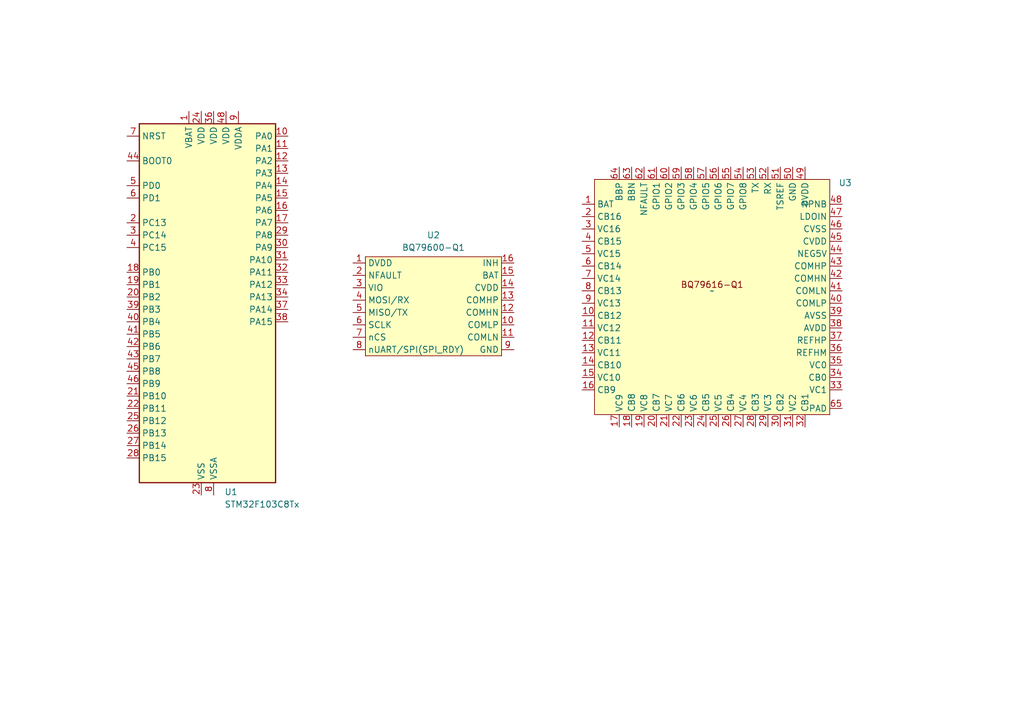
<source format=kicad_sch>
(kicad_sch (version 20230121) (generator eeschema)
  (paper "A5")
  (lib_symbols
    (symbol "MCU_ST_STM32F1:STM32F103C8Tx"
      (property "Reference" "U" (at -12.7 39.37 0))
      (property "Value" "STM32F103C8Tx" (at 10.16 39.37 0))
      (symbol "STM32F103C8Tx_0_1"
        (rectangle (start -12.7 -35.56) (end 15.24 38.1) (stroke (width 0.254)) (fill (type background)))
      )
      (symbol "STM32F103C8Tx_1_1"
        (pin power_in line (at -2.54 40.64 270) (length 2.54) (name "VBAT") (number "1"))
        (pin bidirectional line (at 17.78 35.56 180) (length 2.54) (name "PA0") (number "10"))
        (pin bidirectional line (at 17.78 33.02 180) (length 2.54) (name "PA1") (number "11"))
        (pin bidirectional line (at 17.78 30.48 180) (length 2.54) (name "PA2") (number "12"))
        (pin bidirectional line (at 17.78 27.94 180) (length 2.54) (name "PA3") (number "13"))
        (pin bidirectional line (at 17.78 25.4 180) (length 2.54) (name "PA4") (number "14"))
        (pin bidirectional line (at 17.78 22.86 180) (length 2.54) (name "PA5") (number "15"))
        (pin bidirectional line (at 17.78 20.32 180) (length 2.54) (name "PA6") (number "16"))
        (pin bidirectional line (at 17.78 17.78 180) (length 2.54) (name "PA7") (number "17"))
        (pin bidirectional line (at -15.24 7.62 0) (length 2.54) (name "PB0") (number "18"))
        (pin bidirectional line (at -15.24 5.08 0) (length 2.54) (name "PB1") (number "19"))
        (pin bidirectional line (at -15.24 17.78 0) (length 2.54) (name "PC13") (number "2"))
        (pin bidirectional line (at -15.24 2.54 0) (length 2.54) (name "PB2") (number "20"))
        (pin bidirectional line (at -15.24 -17.78 0) (length 2.54) (name "PB10") (number "21"))
        (pin bidirectional line (at -15.24 -20.32 0) (length 2.54) (name "PB11") (number "22"))
        (pin power_in line (at 0 -38.1 90) (length 2.54) (name "VSS") (number "23"))
        (pin power_in line (at 0 40.64 270) (length 2.54) (name "VDD") (number "24"))
        (pin bidirectional line (at -15.24 -22.86 0) (length 2.54) (name "PB12") (number "25"))
        (pin bidirectional line (at -15.24 -25.4 0) (length 2.54) (name "PB13") (number "26"))
        (pin bidirectional line (at -15.24 -27.94 0) (length 2.54) (name "PB14") (number "27"))
        (pin bidirectional line (at -15.24 -30.48 0) (length 2.54) (name "PB15") (number "28"))
        (pin bidirectional line (at 17.78 15.24 180) (length 2.54) (name "PA8") (number "29"))
        (pin bidirectional line (at -15.24 15.24 0) (length 2.54) (name "PC14") (number "3"))
        (pin bidirectional line (at 17.78 12.7 180) (length 2.54) (name "PA9") (number "30"))
        (pin bidirectional line (at 17.78 10.16 180) (length 2.54) (name "PA10") (number "31"))
        (pin bidirectional line (at 17.78 7.62 180) (length 2.54) (name "PA11") (number "32"))
        (pin bidirectional line (at 17.78 5.08 180) (length 2.54) (name "PA12") (number "33"))
        (pin bidirectional line (at 17.78 2.54 180) (length 2.54) (name "PA13") (number "34"))
        (pin passive line (at 0 -38.1 90) (length 2.54) hide (name "VSS") (number "35"))
        (pin power_in line (at 2.54 40.64 270) (length 2.54) (name "VDD") (number "36"))
        (pin bidirectional line (at 17.78 0 180) (length 2.54) (name "PA14") (number "37"))
        (pin bidirectional line (at 17.78 -2.54 180) (length 2.54) (name "PA15") (number "38"))
        (pin bidirectional line (at -15.24 0 0) (length 2.54) (name "PB3") (number "39"))
        (pin bidirectional line (at -15.24 12.7 0) (length 2.54) (name "PC15") (number "4"))
        (pin bidirectional line (at -15.24 -2.54 0) (length 2.54) (name "PB4") (number "40"))
        (pin bidirectional line (at -15.24 -5.08 0) (length 2.54) (name "PB5") (number "41"))
        (pin bidirectional line (at -15.24 -7.62 0) (length 2.54) (name "PB6") (number "42"))
        (pin bidirectional line (at -15.24 -10.16 0) (length 2.54) (name "PB7") (number "43"))
        (pin input line (at -15.24 30.48 0) (length 2.54) (name "BOOT0") (number "44"))
        (pin bidirectional line (at -15.24 -12.7 0) (length 2.54) (name "PB8") (number "45"))
        (pin bidirectional line (at -15.24 -15.24 0) (length 2.54) (name "PB9") (number "46"))
        (pin passive line (at 0 -38.1 90) (length 2.54) hide (name "VSS") (number "47"))
        (pin power_in line (at 5.08 40.64 270) (length 2.54) (name "VDD") (number "48"))
        (pin bidirectional line (at -15.24 25.4 0) (length 2.54) (name "PD0") (number "5"))
        (pin bidirectional line (at -15.24 22.86 0) (length 2.54) (name "PD1") (number "6"))
        (pin input line (at -15.24 35.56 0) (length 2.54) (name "NRST") (number "7"))
        (pin power_in line (at 2.54 -38.1 90) (length 2.54) (name "VSSA") (number "8"))
        (pin power_in line (at 7.62 40.64 270) (length 2.54) (name "VDDA") (number "9"))
      )
    )
    (symbol "Project_Lib:BQ79600-Q1"
      (property "Reference" "U" (at 0 0 0))
      (property "Value" "BQ79600-Q1" (at 0 11.43 0))
      (symbol "BQ79600-Q1_1_1"
        (rectangle (start -13.97 10.16) (end 13.97 -10.16) (fill (type background)))
        (pin bidirectional line (at -16.51 8.89 0) (length 2.54) (name "DVDD") (number "1"))
        (pin bidirectional line (at 16.51 -3.81 180) (length 2.54) (name "COMLP") (number "10"))
        (pin bidirectional line (at 16.51 -6.35 180) (length 2.54) (name "COMLN") (number "11"))
        (pin bidirectional line (at 16.51 -1.27 180) (length 2.54) (name "COMHN") (number "12"))
        (pin bidirectional line (at 16.51 1.27 180) (length 2.54) (name "COMHP") (number "13"))
        (pin bidirectional line (at 16.51 3.81 180) (length 2.54) (name "CVDD") (number "14"))
        (pin bidirectional line (at 16.51 6.35 180) (length 2.54) (name "BAT") (number "15"))
        (pin bidirectional line (at 16.51 8.89 180) (length 2.54) (name "INH") (number "16"))
        (pin bidirectional line (at -16.51 6.35 0) (length 2.54) (name "NFAULT") (number "2"))
        (pin power_in line (at -16.51 3.81 0) (length 2.54) (name "VIO") (number "3"))
        (pin bidirectional line (at -16.51 1.27 0) (length 2.54) (name "MOSI/RX") (number "4"))
        (pin bidirectional line (at -16.51 -1.27 0) (length 2.54) (name "MISO/TX") (number "5"))
        (pin bidirectional line (at -16.51 -3.81 0) (length 2.54) (name "SCLK") (number "6"))
        (pin bidirectional line (at -16.51 -6.35 0) (length 2.54) (name "nCS") (number "7"))
        (pin bidirectional line (at -16.51 -8.89 0) (length 2.54) (name "nUART/SPI(SPI_RDY)") (number "8"))
        (pin power_in line (at 16.51 -8.89 180) (length 2.54) (name "GND") (number "9"))
      )
    )
    (symbol "Project_Lib:BQ79616-Q1"
      (property "Reference" "U" (at 0 0 0))
      (symbol "BQ79616-Q1_1_1"
        (rectangle (start -24.13 22.86) (end 24.13 -25.4) (fill (type background)))
        (text "BQ79616-Q1" (at 0 1.27 0) (effects (font (size 1.27 1.27))))
        (pin power_in line (at -26.67 17.78 0) (length 2.54) (name "BAT") (number "1"))
        (pin bidirectional line (at -26.67 -5.08 0) (length 2.54) (name "CB12") (number "10"))
        (pin input line (at -26.67 -7.62 0) (length 2.54) (name "VC12") (number "11"))
        (pin bidirectional line (at -26.67 -10.16 0) (length 2.54) (name "CB11") (number "12"))
        (pin input line (at -26.67 -12.7 0) (length 2.54) (name "VC11") (number "13"))
        (pin bidirectional line (at -26.67 -15.24 0) (length 2.54) (name "CB10") (number "14"))
        (pin input line (at -26.67 -17.78 0) (length 2.54) (name "VC10") (number "15"))
        (pin bidirectional line (at -26.67 -20.32 0) (length 2.54) (name "CB9") (number "16"))
        (pin input line (at -19.05 -27.94 90) (length 2.54) (name "VC9") (number "17"))
        (pin bidirectional line (at -16.51 -27.94 90) (length 2.54) (name "CB8") (number "18"))
        (pin input line (at -13.97 -27.94 90) (length 2.54) (name "VC8") (number "19"))
        (pin bidirectional line (at -26.67 15.24 0) (length 2.54) (name "CB16") (number "2"))
        (pin bidirectional line (at -11.43 -27.94 90) (length 2.54) (name "CB7") (number "20"))
        (pin input line (at -8.89 -27.94 90) (length 2.54) (name "VC7") (number "21"))
        (pin bidirectional line (at -6.35 -27.94 90) (length 2.54) (name "CB6") (number "22"))
        (pin input line (at -3.81 -27.94 90) (length 2.54) (name "VC6") (number "23"))
        (pin bidirectional line (at -1.27 -27.94 90) (length 2.54) (name "CB5") (number "24"))
        (pin input line (at 1.27 -27.94 90) (length 2.54) (name "VC5") (number "25"))
        (pin bidirectional line (at 3.81 -27.94 90) (length 2.54) (name "CB4") (number "26"))
        (pin input line (at 6.35 -27.94 90) (length 2.54) (name "VC4") (number "27"))
        (pin bidirectional line (at 8.89 -27.94 90) (length 2.54) (name "CB3") (number "28"))
        (pin input line (at 11.43 -27.94 90) (length 2.54) (name "VC3") (number "29"))
        (pin input line (at -26.67 12.7 0) (length 2.54) (name "VC16") (number "3"))
        (pin bidirectional line (at 13.97 -27.94 90) (length 2.54) (name "CB2") (number "30"))
        (pin input line (at 16.51 -27.94 90) (length 2.54) (name "VC2") (number "31"))
        (pin bidirectional line (at 19.05 -27.94 90) (length 2.54) (name "CB1") (number "32"))
        (pin input line (at 26.67 -20.32 180) (length 2.54) (name "VC1") (number "33"))
        (pin bidirectional line (at 26.67 -17.78 180) (length 2.54) (name "CB0") (number "34"))
        (pin input line (at 26.67 -15.24 180) (length 2.54) (name "VC0") (number "35"))
        (pin power_out line (at 26.67 -12.7 180) (length 2.54) (name "REFHM") (number "36"))
        (pin power_out line (at 26.67 -10.16 180) (length 2.54) (name "REFHP") (number "37"))
        (pin power_out line (at 26.67 -7.62 180) (length 2.54) (name "AVDD") (number "38"))
        (pin power_out line (at 26.67 -5.08 180) (length 2.54) (name "AVSS") (number "39"))
        (pin bidirectional line (at -26.67 10.16 0) (length 2.54) (name "CB15") (number "4"))
        (pin bidirectional line (at 26.67 -2.54 180) (length 2.54) (name "COMLP") (number "40"))
        (pin bidirectional line (at 26.67 0 180) (length 2.54) (name "COMLN") (number "41"))
        (pin bidirectional line (at 26.67 2.54 180) (length 2.54) (name "COMHN") (number "42"))
        (pin bidirectional line (at 26.67 5.08 180) (length 2.54) (name "COMHP") (number "43"))
        (pin power_out line (at 26.67 7.62 180) (length 2.54) (name "NEG5V") (number "44"))
        (pin power_out line (at 26.67 10.16 180) (length 2.54) (name "CVDD") (number "45"))
        (pin power_out line (at 26.67 12.7 180) (length 2.54) (name "CVSS") (number "46"))
        (pin power_out line (at 26.67 15.24 180) (length 2.54) (name "LDOIN") (number "47"))
        (pin power_out line (at 26.67 17.78 180) (length 2.54) (name "NPNB") (number "48"))
        (pin power_out line (at 19.05 25.4 270) (length 2.54) (name "DVDD") (number "49"))
        (pin input line (at -26.67 7.62 0) (length 2.54) (name "VC15") (number "5"))
        (pin power_out line (at 16.51 25.4 270) (length 2.54) (name "GND") (number "50"))
        (pin power_out line (at 13.97 25.4 270) (length 2.54) (name "TSREF") (number "51"))
        (pin input line (at 11.43 25.4 270) (length 2.54) (name "RX") (number "52"))
        (pin output line (at 8.89 25.4 270) (length 2.54) (name "TX") (number "53"))
        (pin bidirectional line (at 6.35 25.4 270) (length 2.54) (name "GPIO8") (number "54"))
        (pin bidirectional line (at 3.81 25.4 270) (length 2.54) (name "GPIO7") (number "55"))
        (pin bidirectional line (at 1.27 25.4 270) (length 2.54) (name "GPIO6") (number "56"))
        (pin bidirectional line (at -1.27 25.4 270) (length 2.54) (name "GPIO5") (number "57"))
        (pin bidirectional line (at -3.81 25.4 270) (length 2.54) (name "GPIO4") (number "58"))
        (pin bidirectional line (at -6.35 25.4 270) (length 2.54) (name "GPIO3") (number "59"))
        (pin bidirectional line (at -26.67 5.08 0) (length 2.54) (name "CB14") (number "6"))
        (pin bidirectional line (at -8.89 25.4 270) (length 2.54) (name "GPIO2") (number "60"))
        (pin bidirectional line (at -11.43 25.4 270) (length 2.54) (name "GPIO1") (number "61"))
        (pin output line (at -13.97 25.4 270) (length 2.54) (name "NFAULT") (number "62"))
        (pin input line (at -16.51 25.4 270) (length 2.54) (name "BBN") (number "63"))
        (pin input line (at -19.05 25.4 270) (length 2.54) (name "BBP") (number "64"))
        (pin power_out line (at 26.67 -24.13 180) (length 2.54) (name "PAD") (number "65"))
        (pin input line (at -26.67 2.54 0) (length 2.54) (name "VC14") (number "7"))
        (pin bidirectional line (at -26.67 0 0) (length 2.54) (name "CB13") (number "8"))
        (pin input line (at -26.67 -2.54 0) (length 2.54) (name "VC13") (number "9"))
      )
    )
  )
  (symbol (lib_id "Project_Lib:BQ79600-Q1") (at 88.9 62.865 0) (unit 1)
    (property "Reference" "U2" (at 88.9 48.26 0))
    (property "Value" "BQ79600-Q1" (at 88.9 50.8 0))
    (property "Footprint" "Package_SO:TSSOP-16_4.4x5mm_P0.65mm" (effects hide))
  )
  (symbol (lib_id "MCU_ST_STM32F1:STM32F103C8Tx") (at 41.275 63.5 0) (unit 1)
    (property "Reference" "U1" (at 46.0091 100.965 0) (effects (justify left)))
    (property "Value" "STM32F103C8Tx" (at 46.0091 103.505 0) (effects (justify left)))
    (property "Footprint" "Package_QFP:LQFP-48_7x7mm_P0.5mm" (effects hide))
    (property "Datasheet" "https://www.st.com/resource/en/datasheet/stm32f103c8.pdf" (effects hide))
  )
  (symbol (lib_id "Project_Lib:BQ79616-Q1") (at 146.05 59.69 0) (unit 1)
    (property "Reference" "U3" (at 173.355 37.5219 0))
    (property "Value" "~" (at 146.05 59.69 0))
    (property "Footprint" "Package_QFP:HTQFP-64-1EP_10x10mm_P0.5mm_EP8x8mm" (effects hide))
  )
)
</source>
